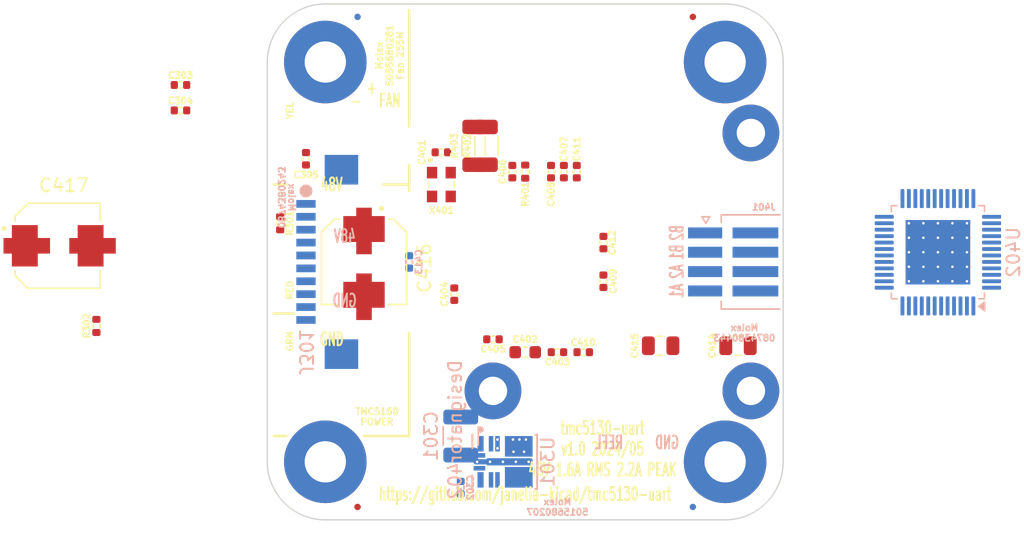
<source format=kicad_pcb>
(kicad_pcb (version 20221018) (generator pcbnew)
  (title_block (title "tmc5130-uart") (date "2024-07-11") (rev "1.0") (company "Howard Hughes Medical Institute"))
  (layers (0 "F.Cu" signal) (1 "In1.Cu" signal "Gnd") (2 "In2.Cu" signal "Power") (31 "B.Cu" signal) (34 "B.Paste" user) (35 "F.Paste" user) (36 "B.SilkS" user "B.Silkscreen") (37 "F.SilkS" user "F.Silkscreen") (38 "B.Mask" user) (39 "F.Mask" user) (44 "Edge.Cuts" user))
  (net 0 "")
  (net 1 "/GND")
  (net 2 "/tmc5130/CPO")
  (net 3 "/tmc5130/CPI")
  (net 4 "/tmc5130/VCP")
  (net 5 "/tmc5130/VCC")
  (net 6 "/tmc5130/5VOUT")
  (net 7 "/tmc5130/12VOUT")
  (net 8 "/tmc5130/CA1")
  (net 9 "/tmc5130/BMA1")
  (net 10 "/tmc5130/CA2")
  (net 11 "/tmc5130/BMA2")
  (net 12 "/tmc5130/CB1")
  (net 13 "/tmc5130/BMB1")
  (net 14 "/tmc5130/CB2")
  (net 15 "/tmc5130/BMB2")
  (net 16 "/interface/VDD")
  (net 17 "/interface/PGOOD")
  (net 20 "/interface/VCC")
  (net 22 "/SWN")
  (net 23 "/SWP")
  (net 25 "/tmc5130/CLOCK")
  (net 26 "/VM")
  (net 27 "/VIO")
  (net 31 "/tmc5130/REFL_DEBOUNCED")
  (net 44 "/tmc5130/SWN")
  (net 58 "/tmc5130/SWP")
  (footprint "Janelia:R_1206_3216Metric" (layer "F.Cu") (at 148.4 92.6 90)
    (fp_text reference "R403" (at 0 -1.5 90) (layer "F.SilkS") (effects (font (size 0.5 0.5) (thickness 0.125) bold)))
    (fp_text value "0.12")
    (fp_line (start -0.727064 -0.91) (end 0.727064 -0.91) (stroke (width 0.12)) (layer "F.SilkS"))
    (fp_line (start -0.727064 0.91) (end 0.727064 0.91) (stroke (width 0.12)) (layer "F.SilkS"))
    (pad "1" smd roundrect (at -1.4625 0 90) (size 1.125 1.75) (layers "F.Cu" "F.Paste" "F.Mask") (roundrect_rratio 0.222222))
    (pad "2" smd roundrect (at 1.4625 0 90) (size 1.125 1.75) (layers "F.Cu" "F.Paste" "F.Mask") (roundrect_rratio 0.222222))
  )
  (footprint "Janelia:C_0402_1005Metric" (layer "F.Cu") (at 135.4 93.6 90)
    (fp_text reference "C305" (at -1.25 0 180) (layer "F.SilkS") (effects (font (size 0.5 0.5) (thickness 0.125) bold)))
    (fp_text value "1uF_25V")
    (fp_line (start -0.107836 -0.25) (end 0.107836 -0.25) (stroke (width 0.15)) (layer "F.SilkS"))
    (fp_line (start -0.107836 0.25) (end 0.107836 0.25) (stroke (width 0.15)) (layer "F.SilkS"))
    (pad "1" smd roundrect (at -0.48 0 90) (size 0.56 0.62) (layers "F.Cu" "F.Paste" "F.Mask") (net 27 "/VIO"))
    (pad "2" smd roundrect (at 0.48 0 90) (size 0.56 0.62) (layers "F.Cu" "F.Paste" "F.Mask") (net 1 "/GND"))
  )
  (footprint "Janelia:R_0402_1005Metric" (layer "F.Cu") (at 119.15 106.5625 90)
    (fp_text reference "R302" (at 0 -0.75 90) (layer "F.SilkS") (effects (font (size 0.5 0.5) (thickness 0.125) bold)))
    (fp_text value "120")
    (fp_line (start -0.153641 -0.275) (end 0.153641 -0.275) (stroke (width 0.15)) (layer "F.SilkS"))
    (fp_line (start -0.153641 0.275) (end 0.153641 0.275) (stroke (width 0.15)) (layer "F.SilkS"))
    (pad "1" smd roundrect (at -0.51 0 90) (size 0.54 0.64) (layers "F.Cu" "F.Paste" "F.Mask"))
    (pad "2" smd roundrect (at 0.51 0 90) (size 0.54 0.64) (layers "F.Cu" "F.Paste" "F.Mask"))
  )
  (footprint "Janelia:C_0402_1005Metric" (layer "F.Cu") (at 155.4 94.6 90)
    (fp_text reference "C407" (at 1.75 0 90) (layer "F.SilkS") (effects (font (size 0.5 0.5) (thickness 0.125) bold)))
    (fp_text value "2.2uF_35V")
    (fp_line (start -0.107836 -0.25) (end 0.107836 -0.25) (stroke (width 0.15)) (layer "F.SilkS"))
    (fp_line (start -0.107836 0.25) (end 0.107836 0.25) (stroke (width 0.15)) (layer "F.SilkS"))
    (pad "1" smd roundrect (at -0.48 0 90) (size 0.56 0.62) (layers "F.Cu" "F.Paste" "F.Mask") (net 7 "/tmc5130/12VOUT"))
    (pad "2" smd roundrect (at 0.48 0 90) (size 0.56 0.62) (layers "F.Cu" "F.Paste" "F.Mask") (net 1 "/GND"))
  )
  (footprint "Janelia:CAP_EEEFTH101XAV" (layer "F.Cu") (at 116.15 100.35)
    (fp_text reference "C417" (at 0.475 -4.685) (layer "F.SilkS"))
    (fp_text value "100uF_50V")
    (fp_line (start -3.3 -2.3) (end -3.3 -1.92) (stroke (width 0.127)) (layer "F.SilkS"))
    (fp_line (start -3.3 1.92) (end -3.3 2.3) (stroke (width 0.127)) (layer "F.SilkS"))
    (fp_line (start -3.3 2.3) (end -2.3 3.3) (stroke (width 0.127)) (layer "F.SilkS"))
    (fp_line (start -2.3 -3.3) (end -3.3 -2.3) (stroke (width 0.127)) (layer "F.SilkS"))
    (fp_line (start -2.3 3.3) (end 3.3 3.3) (stroke (width 0.127)) (layer "F.SilkS"))
    (fp_line (start 3.3 -3.3) (end -2.3 -3.3) (stroke (width 0.127)) (layer "F.SilkS"))
    (fp_line (start 3.3 -1.92) (end 3.3 -3.3) (stroke (width 0.127)) (layer "F.SilkS"))
    (fp_line (start 3.3 3.3) (end 3.3 1.92) (stroke (width 0.127)) (layer "F.SilkS"))
    (fp_circle (center -4.15 -1.35) (end -4.05 -1.35) (stroke (width 0.2)) (fill none) (layer "F.SilkS"))
    (pad "1" smd custom (at -2.55 0) (size 1.8 1.8) (layers "F.Cu") (net 26 "/VM") (options (clearance outline) (anchor rect)) (primitives (gr_poly (pts (xy -1 1.6) (xy -1 0.6) (xy -1.65 0.6) (xy -1.65 -0.6) (xy -1 -0.6) (xy -1 -1.6) (xy 1 -1.6) (xy 1 -0.6) (xy 1.95 -0.6) (xy 1.95 0.6) (xy 1 0.6) (xy 1 1.6)) (width 0.01) (fill yes))))
    (pad "2" smd custom (at 2.55 0 180) (size 1.8 1.8) (layers "F.Cu") (net 1 "/GND") (options (clearance outline) (anchor rect)) (primitives (gr_poly (pts (xy 1 1.6) (xy 1 0.6) (xy 1.65 0.6) (xy 1.65 -0.6) (xy 1 -0.6) (xy 1 -1.6) (xy -1 -1.6) (xy -1 -0.6) (xy -1.95 -0.6) (xy -1.95 0.6) (xy -1 0.6) (xy -1 1.6)) (width 0.01) (fill yes))))
  )
  (footprint "Janelia:C_0402_1005Metric" (layer "F.Cu") (at 151.4 94.6 90)
    (fp_text reference "C406" (at 0 -0.75 90) (layer "F.SilkS") (effects (font (size 0.5 0.5) (thickness 0.125) bold)))
    (fp_text value "2.2uF_35V")
    (fp_line (start -0.107836 -0.25) (end 0.107836 -0.25) (stroke (width 0.15)) (layer "F.SilkS"))
    (fp_line (start -0.107836 0.25) (end 0.107836 0.25) (stroke (width 0.15)) (layer "F.SilkS"))
    (pad "1" smd roundrect (at -0.48 0 90) (size 0.56 0.62) (layers "F.Cu" "F.Paste" "F.Mask") (net 6 "/tmc5130/5VOUT"))
    (pad "2" smd roundrect (at 0.48 0 90) (size 0.56 0.62) (layers "F.Cu" "F.Paste" "F.Mask") (net 1 "/GND"))
  )
  (footprint "Janelia:MountingHole_3.2mm_M3_Pad" (layer "F.Cu") (at 167.9 117.1)
    (fp_text reference "H203" hide)
    (fp_text value "MountingHole_M3_Pad" hide)
    (pad "1" thru_hole circle (at 0 0) (size 6.4 6.4) (drill 3.2) (layers "*.Cu" "*.Mask") (net 1 "/GND"))
  )
  (footprint "Janelia:C_0402_1005Metric" (layer "F.Cu") (at 146.9 104.1 -90)
    (fp_text reference "C404" (at 0 0.75 -90) (layer "F.SilkS") (effects (font (size 0.5 0.5) (thickness 0.125) bold)))
    (fp_text value "0.1uF_100V")
    (fp_line (start -0.107836 -0.25) (end 0.107836 -0.25) (stroke (width 0.15)) (layer "F.SilkS"))
    (fp_line (start -0.107836 0.25) (end 0.107836 0.25) (stroke (width 0.15)) (layer "F.SilkS"))
    (pad "1" smd roundrect (at -0.48 0 270) (size 0.56 0.62) (layers "F.Cu" "F.Paste" "F.Mask") (net 27 "/VIO"))
    (pad "2" smd roundrect (at 0.48 0 270) (size 0.56 0.62) (layers "F.Cu" "F.Paste" "F.Mask") (net 1 "/GND"))
  )
  (footprint "Janelia:C_0402_1005Metric" (layer "F.Cu") (at 156.4 94.6 90)
    (fp_text reference "C411" (at 1.75 0 90) (layer "F.SilkS") (effects (font (size 0.5 0.5) (thickness 0.125) bold)))
    (fp_text value "0.22uF_25V")
    (fp_line (start -0.107836 -0.25) (end 0.107836 -0.25) (stroke (width 0.15)) (layer "F.SilkS"))
    (fp_line (start -0.107836 0.25) (end 0.107836 0.25) (stroke (width 0.15)) (layer "F.SilkS"))
    (pad "1" smd roundrect (at -0.48 0 90) (size 0.56 0.62) (layers "F.Cu" "F.Paste" "F.Mask") (net 12 "/tmc5130/CB1"))
    (pad "2" smd roundrect (at 0.48 0 90) (size 0.56 0.62) (layers "F.Cu" "F.Paste" "F.Mask") (net 13 "/tmc5130/BMB1"))
  )
  (footprint "Janelia:C_0402_1005Metric" (layer "F.Cu") (at 154.9 108.6)
    (fp_text reference "C403" (at 0 0.75) (layer "F.SilkS") (effects (font (size 0.5 0.5) (thickness 0.125) bold)))
    (fp_text value "0.1uF_100V")
    (fp_line (start -0.107836 -0.25) (end 0.107836 -0.25) (stroke (width 0.15)) (layer "F.SilkS"))
    (fp_line (start -0.107836 0.25) (end 0.107836 0.25) (stroke (width 0.15)) (layer "F.SilkS"))
    (pad "1" smd roundrect (at -0.48 0) (size 0.56 0.62) (layers "F.Cu" "F.Paste" "F.Mask") (net 26 "/VM"))
    (pad "2" smd roundrect (at 0.48 0) (size 0.56 0.62) (layers "F.Cu" "F.Paste" "F.Mask") (net 4 "/tmc5130/VCP"))
  )
  (footprint "Janelia:CAP_EEEFTH101XAV" (layer "F.Cu") (at 139.9 101.6 -90)
    (fp_text reference "C416" (at 0.475 -4.685 -90) (layer "F.SilkS"))
    (fp_text value "100uF_50V")
    (fp_line (start -3.3 -2.3) (end -3.3 -1.92) (stroke (width 0.127)) (layer "F.SilkS"))
    (fp_line (start -3.3 1.92) (end -3.3 2.3) (stroke (width 0.127)) (layer "F.SilkS"))
    (fp_line (start -3.3 2.3) (end -2.3 3.3) (stroke (width 0.127)) (layer "F.SilkS"))
    (fp_line (start -2.3 -3.3) (end -3.3 -2.3) (stroke (width 0.127)) (layer "F.SilkS"))
    (fp_line (start -2.3 3.3) (end 3.3 3.3) (stroke (width 0.127)) (layer "F.SilkS"))
    (fp_line (start 3.3 -3.3) (end -2.3 -3.3) (stroke (width 0.127)) (layer "F.SilkS"))
    (fp_line (start 3.3 -1.92) (end 3.3 -3.3) (stroke (width 0.127)) (layer "F.SilkS"))
    (fp_line (start 3.3 3.3) (end 3.3 1.92) (stroke (width 0.127)) (layer "F.SilkS"))
    (fp_circle (center -4.15 -1.35) (end -4.05 -1.35) (stroke (width 0.2)) (fill none) (layer "F.SilkS"))
    (pad "1" smd custom (at -2.55 0 270) (size 1.8 1.8) (layers "F.Cu") (net 26 "/VM") (options (clearance outline) (anchor rect)) (primitives (gr_poly (pts (xy -1 1.6) (xy -1 0.6) (xy -1.65 0.6) (xy -1.65 -0.6) (xy -1 -0.6) (xy -1 -1.6) (xy 1 -1.6) (xy 1 -0.6) (xy 1.95 -0.6) (xy 1.95 0.6) (xy 1 0.6) (xy 1 1.6)) (width 0.01) (fill yes))))
    (pad "2" smd custom (at 2.55 0 90) (size 1.8 1.8) (layers "F.Cu") (net 1 "/GND") (options (clearance outline) (anchor rect)) (primitives (gr_poly (pts (xy 1 1.6) (xy 1 0.6) (xy 1.65 0.6) (xy 1.65 -0.6) (xy 1 -0.6) (xy 1 -1.6) (xy -1 -1.6) (xy -1 -0.6) (xy -1.95 -0.6) (xy -1.95 0.6) (xy -1 0.6) (xy -1 1.6)) (width 0.01) (fill yes))))
  )
  (footprint "Janelia:C_0805_2012Metric" (layer "F.Cu") (at 162.9 108.1 180)
    (fp_text reference "C415" (at 2 0 270) (layer "F.SilkS") (effects (font (size 0.5 0.5) (thickness 0.125))))
    (fp_text value "2.2uF_100V")
    (fp_line (start -0.261252 -0.735) (end 0.261252 -0.735) (stroke (width 0.12)) (layer "F.SilkS"))
    (fp_line (start -0.261252 0.735) (end 0.261252 0.735) (stroke (width 0.12)) (layer "F.SilkS"))
    (pad "1" smd roundrect (at -0.95 0 180) (size 1 1.45) (layers "F.Cu" "F.Paste" "F.Mask") (net 26 "/VM"))
    (pad "2" smd roundrect (at 0.95 0 180) (size 1 1.45) (layers "F.Cu" "F.Paste" "F.Mask") (net 1 "/GND"))
  )
  (footprint "Janelia:C_0402_1005Metric" (layer "F.Cu") (at 154.4 94.6 90)
    (fp_text reference "C408" (at -1.75 0 90) (layer "F.SilkS") (effects (font (size 0.5 0.5) (thickness 0.125) bold)))
    (fp_text value "0.1uF_100V")
    (fp_line (start -0.107836 -0.25) (end 0.107836 -0.25) (stroke (width 0.15)) (layer "F.SilkS"))
    (fp_line (start -0.107836 0.25) (end 0.107836 0.25) (stroke (width 0.15)) (layer "F.SilkS"))
    (pad "1" smd roundrect (at -0.48 0 90) (size 0.56 0.62) (layers "F.Cu" "F.Paste" "F.Mask") (net 26 "/VM"))
    (pad "2" smd roundrect (at 0.48 0 90) (size 0.56 0.62) (layers "F.Cu" "F.Paste" "F.Mask") (net 1 "/GND"))
  )
  (footprint "Janelia:C_0402_1005Metric" (layer "F.Cu") (at 156.9 108.6)
    (fp_text reference "C410" (at 0 -0.75) (layer "F.SilkS") (effects (font (size 0.5 0.5) (thickness 0.125) bold)))
    (fp_text value "0.22uF_25V")
    (fp_line (start -0.107836 -0.25) (end 0.107836 -0.25) (stroke (width 0.15)) (layer "F.SilkS"))
    (fp_line (start -0.107836 0.25) (end 0.107836 0.25) (stroke (width 0.15)) (layer "F.SilkS"))
    (pad "1" smd roundrect (at -0.48 0) (size 0.56 0.62) (layers "F.Cu" "F.Paste" "F.Mask") (net 10 "/tmc5130/CA2"))
    (pad "2" smd roundrect (at 0.48 0) (size 0.56 0.62) (layers "F.Cu" "F.Paste" "F.Mask") (net 11 "/tmc5130/BMA2"))
  )
  (footprint "Janelia:R_1206_3216Metric" (layer "F.Cu") (at 149.4 92.6 90)
    (fp_text reference "R402" (at 0 -1.5 90) (layer "F.SilkS") (effects (font (size 0.5 0.5) (thickness 0.125) bold)))
    (fp_text value "0.12")
    (fp_line (start -0.727064 -0.91) (end 0.727064 -0.91) (stroke (width 0.12)) (layer "F.SilkS"))
    (fp_line (start -0.727064 0.91) (end 0.727064 0.91) (stroke (width 0.12)) (layer "F.SilkS"))
    (pad "1" smd roundrect (at -1.4625 0 90) (size 1.125 1.75) (layers "F.Cu" "F.Paste" "F.Mask") (roundrect_rratio 0.222222))
    (pad "2" smd roundrect (at 1.4625 0 90) (size 1.125 1.75) (layers "F.Cu" "F.Paste" "F.Mask") (roundrect_rratio 0.222222))
  )
  (footprint "Janelia:R_0402_1005Metric" (layer "F.Cu") (at 152.4 94.6 -90)
    (fp_text reference "R401" (at 1.75 0 -90) (layer "F.SilkS") (effects (font (size 0.5 0.5) (thickness 0.125) bold)))
    (fp_text value "2.2")
    (fp_line (start -0.153641 -0.275) (end 0.153641 -0.275) (stroke (width 0.15)) (layer "F.SilkS"))
    (fp_line (start -0.153641 0.275) (end 0.153641 0.275) (stroke (width 0.15)) (layer "F.SilkS"))
    (pad "1" smd roundrect (at -0.51 0 270) (size 0.54 0.64) (layers "F.Cu" "F.Paste" "F.Mask") (net 5 "/tmc5130/VCC"))
    (pad "2" smd roundrect (at 0.51 0 270) (size 0.54 0.64) (layers "F.Cu" "F.Paste" "F.Mask") (net 6 "/tmc5130/5VOUT"))
  )
  (footprint "Janelia:C_0402_1005Metric" (layer "F.Cu") (at 145.9 93.1 180)
    (fp_text reference "C401" (at 1.5 0 270) (layer "F.SilkS") (effects (font (size 0.5 0.5) (thickness 0.125) bold)))
    (fp_text value "0.1uF_100V")
    (fp_line (start -0.107836 -0.25) (end 0.107836 -0.25) (stroke (width 0.15)) (layer "F.SilkS"))
    (fp_line (start -0.107836 0.25) (end 0.107836 0.25) (stroke (width 0.15)) (layer "F.SilkS"))
    (pad "1" smd roundrect (at -0.48 0 180) (size 0.56 0.62) (layers "F.Cu" "F.Paste" "F.Mask") (net 27 "/VIO"))
    (pad "2" smd roundrect (at 0.48 0 180) (size 0.56 0.62) (layers "F.Cu" "F.Paste" "F.Mask") (net 1 "/GND"))
  )
  (footprint "Janelia:OSC_ECS-2520S33-160-FN-TR" (layer "F.Cu") (at 145.9 95.6 -90)
    (fp_text reference "X401" (at 2 0) (layer "F.SilkS") (effects (font (size 0.5 0.5) (thickness 0.125))))
    (fp_text value "16MHz")
    (fp_line (start -0.221 -1) (end 0.221 -1) (stroke (width 0.127)) (layer "F.SilkS"))
    (fp_line (start -0.221 1) (end 0.221 1) (stroke (width 0.127)) (layer "F.SilkS"))
    (fp_circle (center -1.9 0.85) (end -1.8 0.85) (stroke (width 0.2)) (fill none) (layer "F.SilkS"))
    (pad "1" smd rect (at -0.925 0.725 90) (size 0.9 0.8) (layers "F.Cu" "F.Paste" "F.Mask"))
    (pad "2" smd rect (at 0.925 0.725 90) (size 0.9 0.8) (layers "F.Cu" "F.Paste" "F.Mask") (net 1 "/GND"))
    (pad "3" smd rect (at 0.925 -0.725 90) (size 0.9 0.8) (layers "F.Cu" "F.Paste" "F.Mask") (net 25 "/tmc5130/CLOCK"))
    (pad "4" smd rect (at -0.925 -0.725 90) (size 0.9 0.8) (layers "F.Cu" "F.Paste" "F.Mask") (net 27 "/VIO"))
  )
  (footprint "Janelia:MountingHole_3.2mm_M3_Pad" (layer "F.Cu") (at 136.9 86.1)
    (fp_text reference "H201" hide)
    (fp_text value "MountingHole_M3_Pad" hide)
    (pad "1" thru_hole circle (at 0 0) (size 6.4 6.4) (drill 3.2) (layers "*.Cu" "*.Mask") (net 1 "/GND"))
  )
  (footprint "Janelia:C_0402_1005Metric" (layer "F.Cu") (at 158.464852 100.1 90)
    (fp_text reference "C412" (at 0 0.685148 90) (layer "F.SilkS") (effects (font (size 0.5 0.5) (thickness 0.125) bold)))
    (fp_text value "0.22uF_25V")
    (fp_line (start -0.107836 -0.25) (end 0.107836 -0.25) (stroke (width 0.15)) (layer "F.SilkS"))
    (fp_line (start -0.107836 0.25) (end 0.107836 0.25) (stroke (width 0.15)) (layer "F.SilkS"))
    (pad "1" smd roundrect (at -0.48 0 90) (size 0.56 0.62) (layers "F.Cu" "F.Paste" "F.Mask") (net 14 "/tmc5130/CB2"))
    (pad "2" smd roundrect (at 0.48 0 90) (size 0.56 0.62) (layers "F.Cu" "F.Paste" "F.Mask") (net 15 "/tmc5130/BMB2"))
  )
  (footprint "Janelia:C_0603_1608Metric" (layer "F.Cu") (at 152.4 108.6)
    (fp_text reference "C402" (at 0 -1) (layer "F.SilkS") (effects (font (size 0.5 0.5) (thickness 0.125) bold)))
    (fp_text value "22nF_100V")
    (fp_line (start -0.14058 -0.4) (end 0.14058 -0.4) (stroke (width 0.15)) (layer "F.SilkS"))
    (fp_line (start -0.14058 0.4) (end 0.14058 0.4) (stroke (width 0.15)) (layer "F.SilkS"))
    (pad "1" smd roundrect (at -0.775 0) (size 0.9 0.95) (layers "F.Cu" "F.Paste" "F.Mask") (net 2 "/tmc5130/CPO"))
    (pad "2" smd roundrect (at 0.775 0) (size 0.9 0.95) (layers "F.Cu" "F.Paste" "F.Mask") (net 3 "/tmc5130/CPI"))
  )
  (footprint "Janelia:R_0402_1005Metric" (layer "F.Cu") (at 133.4 98.6 -90)
    (fp_text reference "R301" (at 0 -0.75 -90) (layer "F.SilkS") (effects (font (size 0.5 0.5) (thickness 0.125) bold)))
    (fp_text value "100k")
    (fp_line (start -0.153641 -0.275) (end 0.153641 -0.275) (stroke (width 0.15)) (layer "F.SilkS"))
    (fp_line (start -0.153641 0.275) (end 0.153641 0.275) (stroke (width 0.15)) (layer "F.SilkS"))
    (pad "1" smd roundrect (at -0.51 0 270) (size 0.54 0.64) (layers "F.Cu" "F.Paste" "F.Mask") (net 17 "/interface/PGOOD"))
    (pad "2" smd roundrect (at 0.51 0 270) (size 0.54 0.64) (layers "F.Cu" "F.Paste" "F.Mask") (net 27 "/VIO"))
  )
  (footprint "Janelia:C_0402_1005Metric" (layer "F.Cu") (at 125.67 87.88)
    (fp_text reference "C303" (at 0 -0.75) (layer "F.SilkS") (effects (font (size 0.5 0.5) (thickness 0.125) bold)))
    (fp_text value "1uF_25V")
    (fp_line (start -0.107836 -0.25) (end 0.107836 -0.25) (stroke (width 0.15)) (layer "F.SilkS"))
    (fp_line (start -0.107836 0.25) (end 0.107836 0.25) (stroke (width 0.15)) (layer "F.SilkS"))
    (pad "1" smd roundrect (at -0.48 0) (size 0.56 0.62) (layers "F.Cu" "F.Paste" "F.Mask") (net 27 "/VIO"))
    (pad "2" smd roundrect (at 0.48 0) (size 0.56 0.62) (layers "F.Cu" "F.Paste" "F.Mask") (net 1 "/GND"))
  )
  (footprint "Janelia:C_0402_1005Metric" (layer "F.Cu") (at 125.67 89.85)
    (fp_text reference "C304" (at 0 -0.75) (layer "F.SilkS") (effects (font (size 0.5 0.5) (thickness 0.125) bold)))
    (fp_text value "0.1uF_100V")
    (fp_line (start -0.107836 -0.25) (end 0.107836 -0.25) (stroke (width 0.15)) (layer "F.SilkS"))
    (fp_line (start -0.107836 0.25) (end 0.107836 0.25) (stroke (width 0.15)) (layer "F.SilkS"))
    (pad "1" smd roundrect (at -0.48 0) (size 0.56 0.62) (layers "F.Cu" "F.Paste" "F.Mask") (net 26 "/VM"))
    (pad "2" smd roundrect (at 0.48 0) (size 0.56 0.62) (layers "F.Cu" "F.Paste" "F.Mask") (net 1 "/GND"))
  )
  (footprint "Janelia:MountingHole_3.2mm_M3_Pad" (layer "F.Cu") (at 167.9 86.1)
    (fp_text reference "H202" hide)
    (fp_text value "MountingHole_M3_Pad" hide)
    (pad "1" thru_hole circle (at 0 0) (size 6.4 6.4) (drill 3.2) (layers "*.Cu" "*.Mask") (net 1 "/GND"))
  )
  (footprint "Janelia:FIDUCIAL_0.5mm_Mask1mm" (layer "F.Cu") (at 165.4 82.6)
    (fp_text reference "FID202")
    (fp_text value "FIDUCIAL_0.5mm_MASK1mm" hide)
    (pad "" smd circle (at 0 0) (size 0.5 0.5) (layers "F.Cu" "F.Mask") (clearance 0.255))
  )
  (footprint "Janelia:C_0402_1005Metric" (layer "F.Cu") (at 149.9 107.6 180)
    (fp_text reference "C405" (at 0 -0.75 180) (layer "F.SilkS") (effects (font (size 0.5 0.5) (thickness 0.125) bold)))
    (fp_text value "0.47uF_35V")
    (fp_line (start -0.107836 -0.25) (end 0.107836 -0.25) (stroke (width 0.15)) (layer "F.SilkS"))
    (fp_line (start -0.107836 0.25) (end 0.107836 0.25) (stroke (width 0.15)) (layer "F.SilkS"))
    (pad "1" smd roundrect (at -0.48 0 180) (size 0.56 0.62) (layers "F.Cu" "F.Paste" "F.Mask") (net 5 "/tmc5130/VCC"))
    (pad "2" smd roundrect (at 0.48 0 180) (size 0.56 0.62) (layers "F.Cu" "F.Paste" "F.Mask") (net 1 "/GND"))
  )
  (footprint "Janelia:FAN_5VDC_25x25x8mm" (layer "F.Cu") (at 159.9 101.6)
    (fp_text reference "M301" hide)
    (fp_text value "Fan_5VDC_25x25x8mm" hide)
    (pad "1" thru_hole circle (at 10 -10) (size 4.4 4.4) (drill 2.2) (layers "*.Cu" "*.Mask") (net 1 "/GND"))
    (pad "2" thru_hole circle (at 10 10) (size 4.4 4.4) (drill 2.2) (layers "*.Cu" "*.Mask") (net 1 "/GND"))
    (pad "3" thru_hole circle (at -10 10) (size 4.4 4.4) (drill 2.2) (layers "*.Cu" "*.Mask") (net 1 "/GND"))
  )
  (footprint "Janelia:C_0402_1005Metric" (layer "F.Cu") (at 158.464852 103.1 -90)
    (fp_text reference "C409" (at 0 -0.75 -90) (layer "F.SilkS") (effects (font (size 0.5 0.5) (thickness 0.125) bold)))
    (fp_text value "0.22uF_25V")
    (fp_line (start -0.107836 -0.25) (end 0.107836 -0.25) (stroke (width 0.15)) (layer "F.SilkS"))
    (fp_line (start -0.107836 0.25) (end 0.107836 0.25) (stroke (width 0.15)) (layer "F.SilkS"))
    (pad "1" smd roundrect (at -0.48 0 270) (size 0.56 0.62) (layers "F.Cu" "F.Paste" "F.Mask") (net 8 "/tmc5130/CA1"))
    (pad "2" smd roundrect (at 0.48 0 270) (size 0.56 0.62) (layers "F.Cu" "F.Paste" "F.Mask") (net 9 "/tmc5130/BMA1"))
  )
  (footprint "Janelia:FIDUCIAL_0.5mm_Mask1mm" (layer "F.Cu") (at 139.4 120.6)
    (fp_text reference "FID204")
    (fp_text value "FIDUCIAL_0.5mm_MASK1mm" hide)
    (pad "" smd circle (at 0 0) (size 0.5 0.5) (layers "F.Cu" "F.Mask") (clearance 0.255))
  )
  (footprint "Janelia:MountingHole_3.2mm_M3_Pad" (layer "F.Cu") (at 136.9 117.1)
    (fp_text reference "H204" hide)
    (fp_text value "MountingHole_M3_Pad" hide)
    (pad "1" thru_hole circle (at 0 0) (size 6.4 6.4) (drill 3.2) (layers "*.Cu" "*.Mask") (net 1 "/GND"))
  )
  (footprint "Janelia:C_0805_2012Metric" (layer "F.Cu") (at 168.9 108.1 180)
    (fp_text reference "C414" (at 2 0 270) (layer "F.SilkS") (effects (font (size 0.5 0.5) (thickness 0.125))))
    (fp_text value "2.2uF_100V")
    (fp_line (start -0.261252 -0.735) (end 0.261252 -0.735) (stroke (width 0.12)) (layer "F.SilkS"))
    (fp_line (start -0.261252 0.735) (end 0.261252 0.735) (stroke (width 0.12)) (layer "F.SilkS"))
    (pad "1" smd roundrect (at -0.95 0 180) (size 1 1.45) (layers "F.Cu" "F.Paste" "F.Mask") (net 26 "/VM"))
    (pad "2" smd roundrect (at 0.95 0 180) (size 1 1.45) (layers "F.Cu" "F.Paste" "F.Mask") (net 1 "/GND"))
  )
  (footprint "Janelia:FIDUCIAL_0.5mm_Mask1mm" (layer "B.Cu") (at 139.4 82.6 180)
    (fp_text reference "FID201")
    (fp_text value "FIDUCIAL_0.5mm_MASK1mm" hide)
    (pad "" smd circle (at 0 0 180) (size 0.5 0.5) (layers "B.Cu" "B.Mask") (clearance 0.255))
  )
  (footprint "Janelia:C_1210_3225Metric" (layer "B.Cu") (at 147.4 115.1 -90)
    (fp_text reference "C301" (at 0 2.3 90) (layer "B.SilkS") (effects (justify mirror)))
    (fp_text value "3.3uF_50V")
    (fp_line (start -0.711252 -1.36) (end 0.711252 -1.36) (stroke (width 0.12)) (layer "B.SilkS"))
    (fp_line (start -0.711252 1.36) (end 0.711252 1.36) (stroke (width 0.12)) (layer "B.SilkS"))
    (pad "1" smd roundrect (at -1.475 0 270) (size 1.15 2.7) (layers "B.Cu" "B.Paste" "B.Mask") (roundrect_rratio 0.217391) (net 26 "/VM"))
    (pad "2" smd roundrect (at 1.475 0 270) (size 1.15 2.7) (layers "B.Cu" "B.Paste" "B.Mask") (roundrect_rratio 0.217391) (net 1 "/GND"))
  )
  (footprint "Janelia:TQFP-48-1EP_7x7mm_P0.5mm_EP5x5mm_ThermalVias" (layer "B.Cu") (at 184.4 100.85 90)
    (fp_text reference "U402" (at 0 5.85 270) (layer "B.SilkS") (effects (justify mirror)))
    (fp_text value "TMC5130A-TA")
    (fp_line (start -3.61 -3.61) (end -3.61 -3.16) (stroke (width 0.12)) (layer "B.SilkS"))
    (fp_line (start -3.61 3.61) (end -3.61 3.16) (stroke (width 0.12)) (layer "B.SilkS"))
    (fp_line (start -3.16 -3.61) (end -3.61 -3.61) (stroke (width 0.12)) (layer "B.SilkS"))
    (fp_line (start -3.16 3.61) (end -3.61 3.61) (stroke (width 0.12)) (layer "B.SilkS"))
    (fp_line (start 3.16 -3.61) (end 3.61 -3.61) (stroke (width 0.12)) (layer "B.SilkS"))
    (fp_line (start 3.16 3.61) (end 3.61 3.61) (stroke (width 0.12)) (layer "B.SilkS"))
    (fp_line (start 3.61 -3.61) (end 3.61 -3.16) (stroke (width 0.12)) (layer "B.SilkS"))
    (fp_line (start 3.61 3.61) (end 3.61 3.16) (stroke (width 0.12)) (layer "B.SilkS"))
    (fp_poly (pts (xy -4.2 3.16) (xy -4.54 3.63) (xy -3.86 3.63) (xy -4.2 3.16)) (stroke (width 0.12)) (fill solid) (layer "B.SilkS"))
    (pad "1" smd roundrect (at -4.1625 2.75 90) (size 1.475 0.3) (layers "B.Cu" "B.Paste" "B.Mask") (net 1 "/GND"))
    (pad "2" smd roundrect (at -4.1625 2.25 90) (size 1.475 0.3) (layers "B.Cu" "B.Paste" "B.Mask") (net 25 "/tmc5130/CLOCK"))
    (pad "3" smd roundrect (at -4.1625 1.75 90) (size 1.475 0.3) (layers "B.Cu" "B.Paste" "B.Mask"))
    (pad "4" smd roundrect (at -4.1625 1.25 90) (size 1.475 0.3) (layers "B.Cu" "B.Paste" "B.Mask"))
    (pad "5" smd roundrect (at -4.1625 0.75 90) (size 1.475 0.3) (layers "B.Cu" "B.Paste" "B.Mask"))
    (pad "6" smd roundrect (at -4.1625 0.25 90) (size 1.475 0.3) (layers "B.Cu" "B.Paste" "B.Mask"))
    (pad "7" smd roundrect (at -4.1625 -0.25 90) (size 1.475 0.3) (layers "B.Cu" "B.Paste" "B.Mask"))
    (pad "8" smd roundrect (at -4.1625 -0.75 90) (size 1.475 0.3) (layers "B.Cu" "B.Paste" "B.Mask") (net 31 "/tmc5130/REFL_DEBOUNCED"))
    (pad "9" smd roundrect (at -4.1625 -1.25 90) (size 1.475 0.3) (layers "B.Cu" "B.Paste" "B.Mask") (net 1 "/GND"))
    (pad "10" smd roundrect (at -4.1625 -1.75 90) (size 1.475 0.3) (layers "B.Cu" "B.Paste" "B.Mask") (net 27 "/VIO"))
    (pad "11" smd roundrect (at -4.1625 -2.25 90) (size 1.475 0.3) (layers "B.Cu" "B.Paste" "B.Mask") (net 1 "/GND"))
    (pad "12" smd roundrect (at -4.1625 -2.75 90) (size 1.475 0.3) (layers "B.Cu" "B.Paste" "B.Mask") (net 27 "/VIO"))
    (pad "13" smd roundrect (at -2.75 -4.1625 90) (size 0.3 1.475) (layers "B.Cu" "B.Paste" "B.Mask") (net 1 "/GND"))
    (pad "14" smd roundrect (at -2.25 -4.1625 90) (size 0.3 1.475) (layers "B.Cu" "B.Paste" "B.Mask"))
    (pad "15" smd roundrect (at -1.75 -4.1625 90) (size 0.3 1.475) (layers "B.Cu" "B.Paste" "B.Mask"))
    (pad "16" smd roundrect (at -1.25 -4.1625 90) (size 0.3 1.475) (layers "B.Cu" "B.Paste" "B.Mask"))
    (pad "17" smd roundrect (at -0.75 -4.1625 90) (size 0.3 1.475) (layers "B.Cu" "B.Paste" "B.Mask"))
    (pad "18" smd roundrect (at -0.25 -4.1625 90) (size 0.3 1.475) (layers "B.Cu" "B.Paste" "B.Mask"))
    (pad "19" smd roundrect (at 0.25 -4.1625 90) (size 0.3 1.475) (layers "B.Cu" "B.Paste" "B.Mask"))
    (pad "20" smd roundrect (at 0.75 -4.1625 90) (size 0.3 1.475) (layers "B.Cu" "B.Paste" "B.Mask"))
    (pad "21" smd roundrect (at 1.25 -4.1625 90) (size 0.3 1.475) (layers "B.Cu" "B.Paste" "B.Mask"))
    (pad "22" smd roundrect (at 1.75 -4.1625 90) (size 0.3 1.475) (layers "B.Cu" "B.Paste" "B.Mask"))
    (pad "23" smd roundrect (at 2.25 -4.1625 90) (size 0.3 1.475) (layers "B.Cu" "B.Paste" "B.Mask") (net 1 "/GND"))
    (pad "24" smd roundrect (at 2.75 -4.1625 90) (size 0.3 1.475) (layers "B.Cu" "B.Paste" "B.Mask"))
    (pad "25" smd roundrect (at 4.1625 -2.75 90) (size 1.475 0.3) (layers "B.Cu" "B.Paste" "B.Mask"))
    (pad "26" smd roundrect (at 4.1625 -2.25 90) (size 1.475 0.3) (layers "B.Cu" "B.Paste" "B.Mask") (net 44 "/tmc5130/SWN"))
    (pad "27" smd roundrect (at 4.1625 -1.75 90) (size 1.475 0.3) (layers "B.Cu" "B.Paste" "B.Mask") (net 58 "/tmc5130/SWP"))
    (pad "28" smd roundrect (at 4.1625 -1.25 90) (size 1.475 0.3) (layers "B.Cu" "B.Paste" "B.Mask") (net 27 "/VIO"))
    (pad "29" smd roundrect (at 4.1625 -0.75 90) (size 1.475 0.3) (layers "B.Cu" "B.Paste" "B.Mask") (net 1 "/GND"))
    (pad "30" smd roundrect (at 4.1625 -0.25 90) (size 1.475 0.3) (layers "B.Cu" "B.Paste" "B.Mask") (net 1 "/GND"))
    (pad "31" smd roundrect (at 4.1625 0.25 90) (size 1.475 0.3) (layers "B.Cu" "B.Paste" "B.Mask"))
    (pad "32" smd roundrect (at 4.1625 0.75 90) (size 1.475 0.3) (layers "B.Cu" "B.Paste" "B.Mask") (net 1 "/GND"))
    (pad "33" smd roundrect (at 4.1625 1.25 90) (size 1.475 0.3) (layers "B.Cu" "B.Paste" "B.Mask") (net 6 "/tmc5130/5VOUT"))
    (pad "34" smd roundrect (at 4.1625 1.75 90) (size 1.475 0.3) (layers "B.Cu" "B.Paste" "B.Mask") (net 5 "/tmc5130/VCC"))
    (pad "35" smd roundrect (at 4.1625 2.25 90) (size 1.475 0.3) (layers "B.Cu" "B.Paste" "B.Mask") (net 2 "/tmc5130/CPO"))
    (pad "36" smd roundrect (at 4.1625 2.75 90) (size 1.475 0.3) (layers "B.Cu" "B.Paste" "B.Mask"))
    (pad "37" smd roundrect (at 2.75 4.1625 90) (size 0.3 1.475) (layers "B.Cu" "B.Paste" "B.Mask") (net 3 "/tmc5130/CPI"))
    (pad "38" smd roundrect (at 2.25 4.1625 90) (size 0.3 1.475) (layers "B.Cu" "B.Paste" "B.Mask") (net 4 "/tmc5130/VCP"))
    (pad "39" smd roundrect (at 1.75 4.1625 90) (size 0.3 1.475) (layers "B.Cu" "B.Paste" "B.Mask") (net 26 "/VM"))
    (pad "40" smd roundrect (at 1.25 4.1625 90) (size 0.3 1.475) (layers "B.Cu" "B.Paste" "B.Mask") (net 26 "/VM"))
    (pad "41" smd roundrect (at 0.75 4.1625 90) (size 0.3 1.475) (layers "B.Cu" "B.Paste" "B.Mask"))
    (pad "42" smd roundrect (at 0.25 4.1625 90) (size 0.3 1.475) (layers "B.Cu" "B.Paste" "B.Mask"))
    (pad "43" smd roundrect (at -0.25 4.1625 90) (size 0.3 1.475) (layers "B.Cu" "B.Paste" "B.Mask"))
    (pad "44" smd roundrect (at -0.75 4.1625 90) (size 0.3 1.475) (layers "B.Cu" "B.Paste" "B.Mask"))
    (pad "45" smd roundrect (at -1.25 4.1625 90) (size 0.3 1.475) (layers "B.Cu" "B.Paste" "B.Mask"))
    (pad "46" smd roundrect (at -1.75 4.1625 90) (size 0.3 1.475) (layers "B.Cu" "B.Paste" "B.Mask"))
    (pad "47" smd roundrect (at -2.25 4.1625 90) (size 0.3 1.475) (layers "B.Cu" "B.Paste" "B.Mask"))
    (pad "48" smd roundrect (at -2.75 4.1625 90) (size 0.3 1.475) (layers "B.Cu" "B.Paste" "B.Mask") (net 1 "/GND"))
    (pad "49" thru_hole circle (at -2.25 -2.25 90) (size 0.5 0.5) (drill 0.2) (property pad_prop_heatsink) (layers "*.Cu") (net 1 "/GND"))
    (pad "49" thru_hole circle (at -2.25 -1.125 90) (size 0.5 0.5) (drill 0.2) (property pad_prop_heatsink) (layers "*.Cu") (net 1 "/GND"))
    (pad "49" thru_hole circle (at -2.25 0 90) (size 0.5 0.5) (drill 0.2) (property pad_prop_heatsink) (layers "*.Cu") (net 1 "/GND"))
    (pad "49" thru_hole circle (at -2.25 1.125 90) (size 0.5 0.5) (drill 0.2) (property pad_prop_heatsink) (layers "*.Cu") (net 1 "/GND"))
    (pad "49" thru_hole circle (at -2.25 2.25 90) (size 0.5 0.5) (drill 0.2) (property pad_prop_heatsink) (layers "*.Cu") (net 1 "/GND"))
    (pad "49" thru_hole circle (at -1.125 -2.25 90) (size 0.5 0.5) (drill 0.2) (property pad_prop_heatsink) (layers "*.Cu") (net 1 "/GND"))
    (pad "49" thru_hole circle (at -1.125 -1.125 90) (size 0.5 0.5) (drill 0.2) (property pad_prop_heatsink) (layers "*.Cu") (net 1 "/GND"))
    (pad "49" thru_hole circle (at -1.125 0 90) (size 0.5 0.5) (drill 0.2) (property pad_prop_heatsink) (layers "*.Cu") (net 1 "/GND"))
    (pad "49" thru_hole circle (at -1.125 1.125 90) (size 0.5 0.5) (drill 0.2) (property pad_prop_heatsink) (layers "*.Cu") (net 1 "/GND"))
    (pad "49" thru_hole circle (at -1.125 2.25 90) (size 0.5 0.5) (drill 0.2) (property pad_prop_heatsink) (layers "*.Cu") (net 1 "/GND"))
    (pad "49" thru_hole circle (at 0 -2.25 90) (size 0.5 0.5) (drill 0.2) (property pad_prop_heatsink) (layers "*.Cu") (net 1 "/GND"))
    (pad "49" thru_hole circle (at 0 -1.125 90) (size 0.5 0.5) (drill 0.2) (property pad_prop_heatsink) (layers "*.Cu") (net 1 "/GND"))
    (pad "49" thru_hole circle (at 0 0 90) (size 0.5 0.5) (drill 0.2) (property pad_prop_heatsink) (layers "*.Cu") (net 1 "/GND"))
    (pad "49" smd rect (at 0 0 90) (size 5 5) (property pad_prop_heatsink) (layers "F.Cu") (net 1 "/GND"))
    (pad "49" smd rect (at 0 0 90) (size 5 5) (property pad_prop_heatsink) (layers "B.Cu" "B.Mask") (net 1 "/GND"))
    (pad "49" thru_hole circle (at 0 1.125 90) (size 0.5 0.5) (drill 0.2) (property pad_prop_heatsink) (layers "*.Cu") (net 1 "/GND"))
    (pad "49" thru_hole circle (at 0 2.25 90) (size 0.5 0.5) (drill 0.2) (property pad_prop_heatsink) (layers "*.Cu") (net 1 "/GND"))
    (pad "49" thru_hole circle (at 1.125 -2.25 90) (size 0.5 0.5) (drill 0.2) (property pad_prop_heatsink) (layers "*.Cu") (net 1 "/GND"))
    (pad "49" thru_hole circle (at 1.125 -1.125 90) (size 0.5 0.5) (drill 0.2) (property pad_prop_heatsink) (layers "*.Cu") (net 1 "/GND"))
    (pad "49" thru_hole circle (at 1.125 0 90) (size 0.5 0.5) (drill 0.2) (property pad_prop_heatsink) (layers "*.Cu") (net 1 "/GND"))
    (pad "49" thru_hole circle (at 1.125 1.125 90) (size 0.5 0.5) (drill 0.2) (property pad_prop_heatsink) (layers "*.Cu") (net 1 "/GND"))
    (pad "49" thru_hole circle (at 1.125 2.25 90) (size 0.5 0.5) (drill 0.2) (property pad_prop_heatsink) (layers "*.Cu") (net 1 "/GND"))
    (pad "49" thru_hole circle (at 2.25 -2.25 90) (size 0.5 0.5) (drill 0.2) (property pad_prop_heatsink) (layers "*.Cu") (net 1 "/GND"))
    (pad "49" thru_hole circle (at 2.25 -1.125 90) (size 0.5 0.5) (drill 0.2) (property pad_prop_heatsink) (layers "*.Cu") (net 1 "/GND"))
    (pad "49" thru_hole circle (at 2.25 0 90) (size 0.5 0.5) (drill 0.2) (property pad_prop_heatsink) (layers "*.Cu") (net 1 "/GND"))
    (pad "49" thru_hole circle (at 2.25 1.125 90) (size 0.5 0.5) (drill 0.2) (property pad_prop_heatsink) (layers "*.Cu") (net 1 "/GND"))
    (pad "49" thru_hole circle (at 2.25 2.25 90) (size 0.5 0.5) (drill 0.2) (property pad_prop_heatsink) (layers "*.Cu") (net 1 "/GND"))
  )
  (footprint "Janelia:Molex_Pico-SPOX-87438_1x04-P1.5mm_Horizontal" (layer "B.Cu") (at 169.4 101.6 -90)
    (fp_text reference "J401" (at -4.25 -1.5 180) (layer "B.SilkS") (effects (font (size 0.5 0.5) (thickness 0.125) bold) (justify mirror)))
    (fp_text value "Molex_Pico-SPOX_Horizontal")
    (fp_line (start -3.65 -2.75) (end -3.65 1.8) (stroke (width 0.127)) (layer "B.SilkS"))
    (fp_line (start -3.5 2.7) (end -3 3) (stroke (width 0.127)) (layer "B.SilkS"))
    (fp_line (start -3.5 3.3) (end -3.5 2.7) (stroke (width 0.127)) (layer "B.SilkS"))
    (fp_line (start -3.05 1.8) (end -3.65 1.8) (stroke (width 0.127)) (layer "B.SilkS"))
    (fp_line (start -3 3) (end -3.5 3.3) (stroke (width 0.127)) (layer "B.SilkS"))
    (fp_line (start 3.65 -2.75) (end 3.65 1.8) (stroke (width 0.127)) (layer "B.SilkS"))
    (fp_line (start 3.65 1.8) (end 3.05 1.8) (stroke (width 0.127)) (layer "B.SilkS"))
    (pad "" smd rect (at -2.25 -0.85 270) (size 0.85 3.55) (layers "B.Cu" "B.Paste"))
    (pad "" smd rect (at -0.75 -0.85 270) (size 0.85 3.55) (layers "B.Cu" "B.Paste"))
    (pad "" smd rect (at 0.75 -0.85 270) (size 0.85 3.55) (layers "B.Cu" "B.Paste"))
    (pad "" smd rect (at 2.25 -0.85 270) (size 0.85 3.55) (layers "B.Cu" "B.Paste"))
    (pad "1" smd rect (at -2.25 3.05 270) (size 0.85 2.65) (layers "B.Cu" "B.Paste") (net 15 "/tmc5130/BMB2"))
    (pad "2" smd rect (at -0.75 3.05 270) (size 0.85 2.65) (layers "B.Cu" "B.Paste") (net 13 "/tmc5130/BMB1"))
    (pad "3" smd rect (at 0.75 3.05 270) (size 0.85 2.65) (layers "B.Cu" "B.Paste") (net 11 "/tmc5130/BMA2"))
    (pad "4" smd rect (at 2.25 3.05 270) (size 0.85 2.65) (layers "B.Cu" "B.Paste") (net 9 "/tmc5130/BMA1"))
  )
  (footprint "Janelia:CONN_C2914097" (layer "B.Cu") (at 135.4 101.6 90)
    (fp_text reference "J301" (at -7 0 270 unlocked) (layer "B.SilkS") (effects (justify mirror)))
    (fp_text value "FFC_P1mm_BOT_RA_SMD")
    (fp_circle (center 5.5 0) (end 6 0) (stroke (width 0.01)) (fill solid) (layer "B.SilkS"))
    (pad "" smd rect (at -7.15 2.75 90) (size 2.3 2.6) (layers "B.Cu" "B.Paste" "B.Mask"))
    (pad "" smd rect (at 7.15 2.75 90) (size 2.3 2.6) (layers "B.Cu" "B.Paste" "B.Mask"))
    (pad "1" smd rect (at 4.5 0 90) (size 0.6 1.5) (layers "B.Cu" "B.Paste" "B.Mask") (net 22 "/SWN"))
    (pad "2" smd rect (at 3.499999 0 90) (size 0.6 1.5) (layers "B.Cu" "B.Paste" "B.Mask") (net 23 "/SWP"))
    (pad "3" smd rect (at 2.499999 0 90) (size 0.6 1.5) (layers "B.Cu" "B.Paste" "B.Mask") (net 1 "/GND"))
    (pad "4" smd rect (at 1.499998 0 90) (size 0.6 1.5) (layers "B.Cu" "B.Paste" "B.Mask") (net 1 "/GND"))
    (pad "5" smd rect (at 0.499998 0 90) (size 0.6 1.5) (layers "B.Cu" "B.Paste" "B.Mask") (net 1 "/GND"))
    (pad "6" smd rect (at -0.5 0 90) (size 0.6 1.5) (layers "B.Cu" "B.Paste" "B.Mask") (net 1 "/GND"))
    (pad "7" smd rect (at -1.500001 0 90) (size 0.6 1.5) (layers "B.Cu" "B.Paste" "B.Mask") (net 26 "/VM"))
    (pad "8" smd rect (at -2.500001 0 90) (size 0.6 1.5) (layers "B.Cu" "B.Paste" "B.Mask") (net 26 "/VM"))
    (pad "9" smd rect (at -3.500002 0 90) (size 0.6 1.5) (layers "B.Cu" "B.Paste" "B.Mask") (net 26 "/VM"))
    (pad "10" smd rect (at -4.500002 0 90) (size 0.6 1.5) (layers "B.Cu" "B.Paste" "B.Mask") (net 26 "/VM"))
  )
  (footprint "Janelia:C_0402_1005Metric" (layer "B.Cu") (at 147.4 119.1 90)
    (fp_text reference "C302" (at 0 0.75 270) (layer "B.SilkS") (effects (font (size 0.5 0.5) (thickness 0.125) bold) (justify mirror)))
    (fp_text value "1uF_25V")
    (fp_line (start -0.107836 -0.25) (end 0.107836 -0.25) (stroke (width 0.15)) (layer "B.SilkS"))
    (fp_line (start -0.107836 0.25) (end 0.107836 0.25) (stroke (width 0.15)) (layer "B.SilkS"))
    (pad "1" smd roundrect (at -0.48 0 90) (size 0.56 0.62) (layers "B.Cu" "B.Paste" "B.Mask") (net 16 "/interface/VDD"))
    (pad "2" smd roundrect (at 0.48 0 90) (size 0.56 0.62) (layers "B.Cu" "B.Paste" "B.Mask") (net 1 "/GND"))
  )
  (footprint "Janelia:C_0402_1005Metric" (layer "B.Cu") (at 143.4 101.6 -90)
    (fp_text reference "C413" (at 0 -0.75 90) (layer "B.SilkS") (effects (font (size 0.5 0.5) (thickness 0.125) bold) (justify mirror)))
    (fp_text value "0.1uF_100V")
    (fp_line (start -0.107836 -0.25) (end 0.107836 -0.25) (stroke (width 0.15)) (layer "B.SilkS"))
    (fp_line (start -0.107836 0.25) (end 0.107836 0.25) (stroke (width 0.15)) (layer "B.SilkS"))
    (pad "1" smd roundrect (at -0.48 0 270) (size 0.56 0.62) (layers "B.Cu" "B.Paste" "B.Mask") (net 26 "/VM"))
    (pad "2" smd roundrect (at 0.48 0 270) (size 0.56 0.62) (layers "B.Cu" "B.Paste" "B.Mask") (net 1 "/GND"))
  )
  (footprint "Janelia:FIDUCIAL_0.5mm_Mask1mm" (layer "B.Cu") (at 165.4 120.6 180)
    (fp_text reference "FID203")
    (fp_text value "FIDUCIAL_0.5mm_MASK1mm" hide)
    (pad "" smd circle (at 0 0 180) (size 0.5 0.5) (layers "B.Cu" "B.Mask") (clearance 0.255))
  )
  (footprint "Janelia:RDN0011A-MFG" (layer "B.Cu") (at 150.9 117.1 -90)
    (fp_text reference "U301" (at 0 -3.25 90 unlocked) (layer "B.SilkS") (effects (justify mirror)))
    (fp_text value "TPSM365R6V5RDNR")
    (fp_text user "Designator402" (at -2.4892 3.937 90 unlocked) (layer "B.SilkS") (effects (justify mirror)))
    (fp_poly (pts (xy -0.199995 2.4) (xy -0.099997 2.5) (xy 0.1 2.5) (xy 0.2 2.4) (xy 0.2 1.515001) (xy 0.239997 1.475001) (xy 0.24 1.475001) (xy 0.279999 1.435001) (xy 0.279999 -1.975) (xy 0.18 -2.075) (xy -0.18 -2.075) (xy -0.279999 -1.975) (xy -0.279999 1.435001) (xy -0.24 1.475001) (xy -0.24 1.474998) (xy -0.2 1.515001)) (fill solid) (layer "B.Cu"))
    (fp_line (start -2.100001 -2.424999) (end -2.100001 -2.274999) (stroke (width 0.15)) (layer "B.SilkS"))
    (fp_line (start -2.100001 -2.424999) (end 2.100001 -2.424999) (stroke (width 0.15)) (layer "B.SilkS"))
    (fp_line (start -2.100001 2.574501) (end -2.100001 2.6) (stroke (width 0.15)) (layer "B.SilkS"))
    (fp_line (start -2.100001 2.6) (end -1.05 2.6) (stroke (width 0.15)) (layer "B.SilkS"))
    (fp_line (start 1.05 2.6) (end 2.100001 2.6) (stroke (width 0.15)) (layer "B.SilkS"))
    (fp_line (start 2.100001 -2.424999) (end 2.100001 -2.274999) (stroke (width 0.15)) (layer "B.SilkS"))
    (fp_line (start 2.100001 2.574501) (end 2.100001 2.6) (stroke (width 0.15)) (layer "B.SilkS"))
    (fp_circle (center -2.5 1.962) (end -2.374999 1.962) (stroke (width 0.25)) (fill none) (layer "B.SilkS"))
    (pad "1" smd rect (at -1.4 1.962 270) (size 1.2 0.475) (layers "B.Cu") (net 17 "/interface/PGOOD"))
    (pad "2" smd rect (at -1.4 1.15 270) (size 1.2 0.349999) (layers "B.Cu") (net 26 "/VM"))
    (pad "3" smd rect (at -1.4 0.650001 270) (size 1.2 0.349999) (layers "B.Cu") (net 26 "/VM"))
    (pad "4" smd rect (at -1.2 -1.000001 270) (size 1.599999 2.150001) (layers "B.Cu") (net 27 "/VIO"))
    (pad "5" smd rect (at 1.2 -1.000001 270) (size 1.599999 2.150001) (layers "B.Cu"))
    (pad "6" smd rect (at 1.4 0.650001 270) (size 1.2 0.349999) (layers "B.Cu"))
    (pad "7" smd rect (at 1.4 1.15 270) (size 1.2 0.349999) (layers "B.Cu"))
    (pad "8" smd rect (at 1.4 1.962 270) (size 1.2 0.475) (layers "B.Cu") (net 20 "/interface/VCC"))
    (pad "9" smd rect (at 0.499999 2.049998 270) (size 0.349999 0.900001) (layers "B.Cu") (net 27 "/VIO"))
    (pad "10" smd circle (at 0 1.004999 270) (size 0.504 0.504) (layers "B.Cu") (net 1 "/GND"))
    (pad "11" smd rect (at -0.499999 2.049998 270) (size 0.349999 0.900001) (layers "B.Cu") (net 20 "/interface/VCC"))
    (pad "12" thru_hole circle (at -1.05 0.650001 270) (size 0.349999 0.349999) (drill 0.2032) (layers "*.Cu" "*.Mask"))
    (pad "13" thru_hole circle (at -1.729999 0.650001 270) (size 0.349999 0.349999) (drill 0.2032) (layers "*.Cu" "*.Mask"))
    (pad "14" thru_hole circle (at -0.780001 -1.41 270) (size 0.499999 0.499999) (drill 0.2032) (layers "*.Cu" "*.Mask"))
    (pad "15" thru_hole circle (at -0.780001 -0.589999 270) (size 0.499999 0.499999) (drill 0.2032) (layers "*.Cu" "*.Mask"))
    (pad "16" thru_hole circle (at -1.729999 -1.549999 270) (size 0.499999 0.499999) (drill 0.2032) (layers "*.Cu" "*.Mask"))
    (pad "17" thru_hole circle (at -1.729999 -1.05 270) (size 0.499999 0.499999) (drill 0.2032) (layers "*.Cu" "*.Mask"))
    (pad "18" thru_hole circle (at -1.729999 -0.549999 270) (size 0.499999 0.499999) (drill 0.2032) (layers "*.Cu" "*.Mask"))
    (pad "19" thru_hole circle (at 0 2.230001 270) (size 0.399999 0.399999) (drill 0.2032) (layers "*.Cu" "*.Mask"))
    (pad "20" thru_hole circle (at 0 1.23 270) (size 0.399999 0.399999) (drill 0.2032) (layers "*.Cu" "*.Mask"))
    (pad "21" thru_hole circle (at 0 0.23 270) (size 0.499999 0.499999) (drill 0.2032) (layers "*.Cu" "*.Mask"))
    (pad "22" thru_hole circle (at 0 -0.770001 270) (size 0.499999 0.499999) (drill 0.2032) (layers "*.Cu" "*.Mask"))
    (pad "23" thru_hole circle (at 0 -1.769999 270) (size 0.499999 0.499999) (drill 0.2032) (layers "*.Cu" "*.Mask"))
  )
  (gr_line (start 143.4 95.6) (end 143.4 94.1) (stroke (width 0.2)) (layer "F.SilkS"))
  (gr_line (start 143.4 95.6) (end 143.4 96.1) (stroke (width 0.2)) (layer "F.SilkS"))
  (gr_line (start 143.4 115.1) (end 139.9 115.1) (stroke (width 0.2)) (layer "F.SilkS"))
  (gr_line (start 143.4 107.1) (end 143.4 115.1) (stroke (width 0.2)) (layer "F.SilkS"))
  (gr_line (start 141.4 95.6) (end 143.4 95.6) (stroke (width 0.2)) (layer "F.SilkS"))
  (gr_line (start 143.4 82.1) (end 143.4 91.1) (stroke (width 0.2)) (layer "F.SilkS"))
  (gr_line (start 132.9 95.6) (end 133.9 95.6) (stroke (width 0.2)) (layer "F.SilkS"))
  (gr_line (start 132.9 105.6) (end 134.4 105.6) (stroke (width 0.2)) (layer "F.SilkS"))
  (gr_line (start 133.9 115.1) (end 132.9 115.1) (stroke (width 0.2)) (layer "F.SilkS"))
  (gr_line (start 132.4 117.1) (end 132.4 86.1) (stroke (width 0.1)) (layer "Edge.Cuts"))
  (gr_line (start 172.4 86.1) (end 172.4 117.1) (stroke (width 0.1)) (layer "Edge.Cuts"))
  (gr_arc (start 172.4 117.1) (mid 171.081981 120.281981) (end 167.9 121.6) (stroke (width 0.1)) (layer "Edge.Cuts"))
  (gr_arc (start 167.9 81.6) (mid 171.081981 82.918019) (end 172.4 86.1) (stroke (width 0.1)) (layer "Edge.Cuts"))
  (gr_arc (start 136.9 121.6) (mid 133.718019 120.281981) (end 132.4 117.1) (stroke (width 0.1)) (layer "Edge.Cuts"))
  (gr_line (start 167.9 121.6) (end 136.9 121.6) (stroke (width 0.1)) (layer "Edge.Cuts"))
  (gr_arc (start 132.4 86.1) (mid 133.718019 82.918019) (end 136.9 81.6) (stroke (width 0.1)) (layer "Edge.Cuts"))
  (gr_line (start 136.9 81.6) (end 167.9 81.6) (stroke (width 0.1)) (layer "Edge.Cuts"))
  (gr_text "B2" (at 164.15 99.35 90) (layer "B.SilkS") (effects (font (size 1 0.6) (thickness 0.15) bold) (justify mirror)))
  (gr_text "A1" (at 164.15 103.85 90) (layer "B.SilkS") (effects (font (size 1 0.6) (thickness 0.15) bold) (justify mirror)))
  (gr_text "Molex\n0874380243" (at 133.9 96.6 -90) (layer "B.SilkS") (effects (font (size 0.5 0.5) (thickness 0.125) bold) (justify mirror)))
  (gr_text "Molex\n0874380443" (at 169.4 107.1) (layer "B.SilkS") (effects (font (size 0.5 0.5) (thickness 0.125) bold) (justify mirror)))
  (gr_text "A2" (at 164.15 102.35 90) (layer "B.SilkS") (effects (font (size 1 0.6) (thickness 0.15) bold) (justify mirror)))
  (gr_text "GND" (at 138.4 104.6) (layer "B.SilkS") (effects (font (size 1 0.6) (thickness 0.15) bold) (justify mirror)))
  (gr_text "48V" (at 138.4 99.6) (layer "B.SilkS") (effects (font (size 1 0.6) (thickness 0.15) bold) (justify mirror)))
  (gr_text "REFL" (at 158.9 115.6) (layer "B.SilkS") (effects (font (size 1 0.6) (thickness 0.15) bold) (justify mirror)))
  (gr_text "GND" (at 163.4 115.6) (layer "B.SilkS") (effects (font (size 1 0.6) (thickness 0.15) bold) (justify mirror)))
  (gr_text "B1" (at 164.15 100.85 90) (layer "B.SilkS") (effects (font (size 1 0.6) (thickness 0.15) bold) (justify mirror)))
  (gr_text "Molex\n5015680207" (at 154.9 120.6) (layer "B.SilkS") (effects (font (size 0.5 0.5) (thickness 0.125) bold) (justify mirror)))
  (gr_text "TMC5160\nPOWER" (at 140.9 113.6) (layer "F.SilkS") (effects (font (size 0.5 0.5) (thickness 0.125) bold)))
  (gr_text "YEL" (at 134.15 90.6 90) (layer "F.SilkS") (effects (font (size 0.5 0.5) (thickness 0.125) bold) (justify left)))
  (gr_text "GRN" (at 134.15 108.6 90) (layer "F.SilkS") (effects (font (size 0.5 0.5) (thickness 0.125) bold) (justify left)))
  (gr_text "FAN" (at 141.9 89.1) (layer "F.SilkS") (effects (font (size 1 0.6) (thickness 0.15) bold)))
  (gr_text "48V" (at 137.4 95.6) (layer "F.SilkS") (effects (font (size 1 0.6) (thickness 0.15) bold)))
  (gr_text "GND" (at 137.4 107.6) (layer "F.SilkS") (effects (font (size 1 0.6) (thickness 0.15) bold)))
  (gr_text "tmc5130-uart\nv1.0 2024/05\n48V 1.6A RMS 2.2A PEAK" (at 158.4 116.1) (layer "F.SilkS") (effects (font (size 1 0.6) (thickness 0.15) bold)))
  (gr_text "https://github.com/janelia-kicad/tmc5130-uart" (at 152.4 119.6) (layer "F.SilkS") (effects (font (size 1 0.6) (thickness 0.15) bold)))
  (gr_text "Molex\n5055680281\nFan 255M\n" (at 141.9 85.6 90) (layer "F.SilkS") (effects (font (size 0.5 0.5) (thickness 0.125) bold)))
  (gr_text "+" (at 140.5 88.1) (layer "F.SilkS") (effects (font (size 1 0.6) (thickness 0.15) bold)))
  (gr_text "RED" (at 134.15 104.6 90) (layer "F.SilkS") (effects (font (size 0.5 0.5) (thickness 0.125) bold) (justify left)))
  (gr_text "-" (at 139.3 89.1) (layer "F.SilkS") (effects (font (size 1 0.6) (thickness 0.15) bold)))
)
</source>
